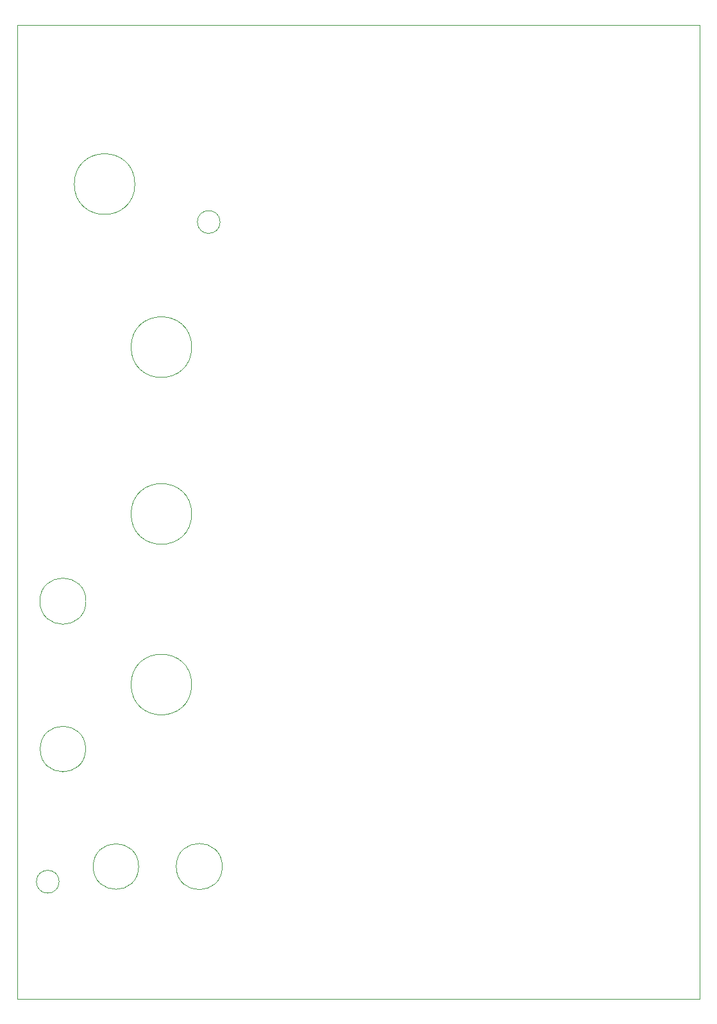
<source format=gbr>
%TF.GenerationSoftware,KiCad,Pcbnew,7.0.9*%
%TF.CreationDate,2023-12-08T22:38:07+01:00*%
%TF.ProjectId,MiniOSC-handscore,4d696e69-4f53-4432-9d68-616e6473636f,rev?*%
%TF.SameCoordinates,Original*%
%TF.FileFunction,Profile,NP*%
%FSLAX46Y46*%
G04 Gerber Fmt 4.6, Leading zero omitted, Abs format (unit mm)*
G04 Created by KiCad (PCBNEW 7.0.9) date 2023-12-08 22:38:07*
%MOMM*%
%LPD*%
G01*
G04 APERTURE LIST*
%TA.AperFunction,Profile*%
%ADD10C,0.100000*%
%TD*%
G04 APERTURE END LIST*
D10*
X130100000Y-45000000D02*
X40000000Y-45000000D01*
X40000000Y-173500000D01*
X130100000Y-173500000D01*
X130100000Y-45000000D01*
X49000000Y-140500000D02*
G75*
G03*
X49000000Y-140500000I-3000000J0D01*
G01*
X56000000Y-156000000D02*
G75*
G03*
X56000000Y-156000000I-3000000J0D01*
G01*
X63000000Y-109500000D02*
G75*
G03*
X63000000Y-109500000I-4000000J0D01*
G01*
X49041381Y-121000000D02*
G75*
G03*
X49041381Y-121000000I-3041381J0D01*
G01*
X67041381Y-156000000D02*
G75*
G03*
X67041381Y-156000000I-3041381J0D01*
G01*
X55500000Y-66000000D02*
G75*
G03*
X55500000Y-66000000I-4000000J0D01*
G01*
X45500000Y-158000000D02*
G75*
G03*
X45500000Y-158000000I-1500000J0D01*
G01*
X63000000Y-132000000D02*
G75*
G03*
X63000000Y-132000000I-4000000J0D01*
G01*
X66750000Y-71000000D02*
G75*
G03*
X66750000Y-71000000I-1500000J0D01*
G01*
X63000000Y-87500000D02*
G75*
G03*
X63000000Y-87500000I-4000000J0D01*
G01*
M02*

</source>
